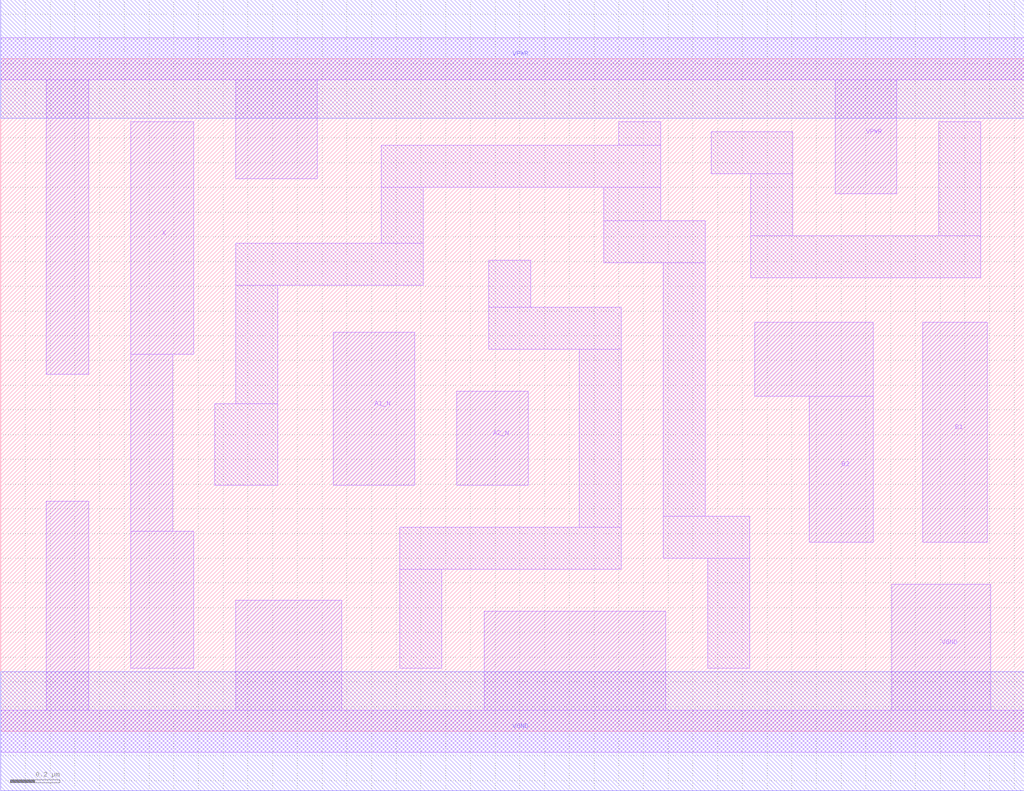
<source format=lef>
# Copyright 2020 The SkyWater PDK Authors
#
# Licensed under the Apache License, Version 2.0 (the "License");
# you may not use this file except in compliance with the License.
# You may obtain a copy of the License at
#
#     https://www.apache.org/licenses/LICENSE-2.0
#
# Unless required by applicable law or agreed to in writing, software
# distributed under the License is distributed on an "AS IS" BASIS,
# WITHOUT WARRANTIES OR CONDITIONS OF ANY KIND, either express or implied.
# See the License for the specific language governing permissions and
# limitations under the License.
#
# SPDX-License-Identifier: Apache-2.0

VERSION 5.5 ;
NAMESCASESENSITIVE ON ;
BUSBITCHARS "[]" ;
DIVIDERCHAR "/" ;
MACRO sky130_fd_sc_hd__a2bb2o_2
  CLASS CORE ;
  SOURCE USER ;
  ORIGIN  0.000000  0.000000 ;
  SIZE  4.140000 BY  2.720000 ;
  SYMMETRY X Y R90 ;
  SITE unithd ;
  PIN A1_N
    ANTENNAGATEAREA  0.159000 ;
    DIRECTION INPUT ;
    USE SIGNAL ;
    PORT
      LAYER li1 ;
        RECT 1.345000 0.995000 1.675000 1.615000 ;
    END
  END A1_N
  PIN A2_N
    ANTENNAGATEAREA  0.159000 ;
    DIRECTION INPUT ;
    USE SIGNAL ;
    PORT
      LAYER li1 ;
        RECT 1.845000 0.995000 2.135000 1.375000 ;
    END
  END A2_N
  PIN B1
    ANTENNAGATEAREA  0.159000 ;
    DIRECTION INPUT ;
    USE SIGNAL ;
    PORT
      LAYER li1 ;
        RECT 3.730000 0.765000 3.990000 1.655000 ;
    END
  END B1
  PIN B2
    ANTENNAGATEAREA  0.159000 ;
    DIRECTION INPUT ;
    USE SIGNAL ;
    PORT
      LAYER li1 ;
        RECT 3.050000 1.355000 3.530000 1.655000 ;
        RECT 3.270000 0.765000 3.530000 1.355000 ;
    END
  END B2
  PIN X
    ANTENNADIFFAREA  0.445500 ;
    DIRECTION OUTPUT ;
    USE SIGNAL ;
    PORT
      LAYER li1 ;
        RECT 0.525000 0.255000 0.780000 0.810000 ;
        RECT 0.525000 0.810000 0.695000 1.525000 ;
        RECT 0.525000 1.525000 0.780000 2.465000 ;
    END
  END X
  PIN VGND
    DIRECTION INOUT ;
    SHAPE ABUTMENT ;
    USE GROUND ;
    PORT
      LAYER li1 ;
        RECT 0.000000 -0.085000 4.140000 0.085000 ;
        RECT 0.185000  0.085000 0.355000 0.930000 ;
        RECT 0.950000  0.085000 1.380000 0.530000 ;
        RECT 1.955000  0.085000 2.690000 0.485000 ;
        RECT 3.605000  0.085000 4.005000 0.595000 ;
    END
    PORT
      LAYER met1 ;
        RECT 0.000000 -0.240000 4.140000 0.240000 ;
    END
  END VGND
  PIN VNB
    DIRECTION INOUT ;
    USE GROUND ;
    PORT
    END
  END VNB
  PIN VPB
    DIRECTION INOUT ;
    USE POWER ;
    PORT
    END
  END VPB
  PIN VPWR
    DIRECTION INOUT ;
    SHAPE ABUTMENT ;
    USE POWER ;
    PORT
      LAYER li1 ;
        RECT 0.000000 2.635000 4.140000 2.805000 ;
        RECT 0.185000 1.445000 0.355000 2.635000 ;
        RECT 0.950000 2.235000 1.280000 2.635000 ;
        RECT 3.375000 2.175000 3.625000 2.635000 ;
    END
    PORT
      LAYER met1 ;
        RECT 0.000000 2.480000 4.140000 2.960000 ;
    END
  END VPWR
  OBS
    LAYER li1 ;
      RECT 0.865000 0.995000 1.120000 1.325000 ;
      RECT 0.950000 1.325000 1.120000 1.805000 ;
      RECT 0.950000 1.805000 1.710000 1.975000 ;
      RECT 1.540000 1.975000 1.710000 2.200000 ;
      RECT 1.540000 2.200000 2.670000 2.370000 ;
      RECT 1.615000 0.255000 1.785000 0.655000 ;
      RECT 1.615000 0.655000 2.510000 0.825000 ;
      RECT 1.975000 1.545000 2.510000 1.715000 ;
      RECT 1.975000 1.715000 2.145000 1.905000 ;
      RECT 2.340000 0.825000 2.510000 1.545000 ;
      RECT 2.440000 1.895000 2.850000 2.065000 ;
      RECT 2.440000 2.065000 2.670000 2.200000 ;
      RECT 2.500000 2.370000 2.670000 2.465000 ;
      RECT 2.680000 0.700000 3.030000 0.870000 ;
      RECT 2.680000 0.870000 2.850000 1.895000 ;
      RECT 2.860000 0.255000 3.030000 0.700000 ;
      RECT 2.875000 2.255000 3.205000 2.425000 ;
      RECT 3.035000 1.835000 3.965000 2.005000 ;
      RECT 3.035000 2.005000 3.205000 2.255000 ;
      RECT 3.795000 2.005000 3.965000 2.465000 ;
  END
END sky130_fd_sc_hd__a2bb2o_2
END LIBRARY

</source>
